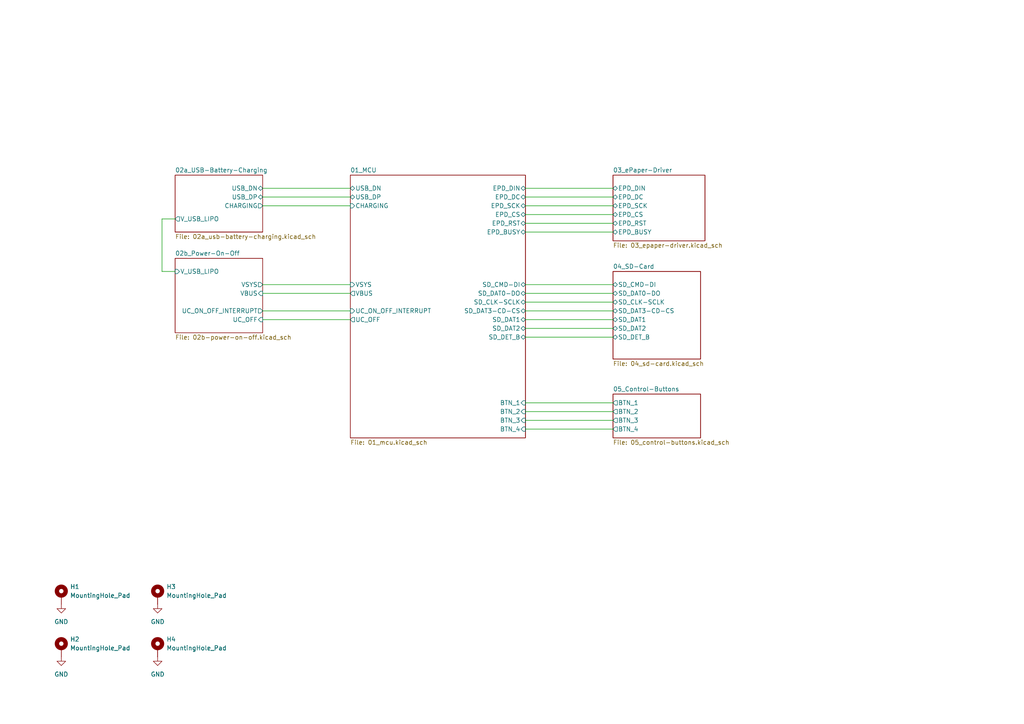
<source format=kicad_sch>
(kicad_sch (version 20250114) (generator "eeschema") (generator_version "9.0")
  (paper "A4")
  (title_block (title "ZEReader-Pico") (date "{kibot_date}") (rev "v2") (company "Anna-Lena Marx") (comment 4 "Git revision: {kibot_git-hash}"))
  (lib_symbols
    (symbol "Mechanical:MountingHole_Pad" (pin_numbers (hide yes)) (pin_names (offset 1.016) (hide yes)) (in_bom no)
      (property "Reference" "H" (at 0 6.35 0))
      (property "Value" "MountingHole_Pad" (at 0 4.445 0))
      (symbol "MountingHole_Pad_0_1"
        (circle (center 0 1.27) (radius 1.27) (stroke (width 1.27)))
      )
      (symbol "MountingHole_Pad_1_1"
        (pin input line (at 0 -2.54 90) (length 2.54) (name "1") (number "1"))
      )
    )
    (symbol "power:GND" (power) (pin_numbers (hide yes)) (pin_names (offset 0) (hide yes))
      (property "Value" "GND" (at 0 -3.81 0))
      (symbol "GND_0_1"
        (polyline (pts (xy 0 0) (xy 0 -1.27) (xy 1.27 -1.27) (xy 0 -2.54) (xy -1.27 -1.27) (xy 0 -1.27)))
      )
      (symbol "GND_1_1"
        (pin power_in line (at 0 0 270) (length 0) (name "~") (number "1"))
      )
    )
  )
  (wire (pts (xy 46.99 78.74) (xy 50.8 78.74)))
  (wire (pts (xy 152.4 64.77) (xy 177.8 64.77)))
  (wire (pts (xy 152.4 54.61) (xy 177.8 54.61)))
  (wire (pts (xy 152.4 119.38) (xy 177.8 119.38)))
  (wire (pts (xy 152.4 92.71) (xy 177.8 92.71)))
  (wire (pts (xy 50.8 63.5) (xy 46.99 63.5)))
  (wire (pts (xy 152.4 62.23) (xy 177.8 62.23)))
  (wire (pts (xy 76.2 57.15) (xy 101.6 57.15)))
  (wire (pts (xy 76.2 92.71) (xy 101.6 92.71)))
  (wire (pts (xy 152.4 90.17) (xy 177.8 90.17)))
  (wire (pts (xy 76.2 59.69) (xy 101.6 59.69)))
  (wire (pts (xy 152.4 85.09) (xy 177.8 85.09)))
  (wire (pts (xy 76.2 82.55) (xy 101.6 82.55)))
  (wire (pts (xy 76.2 54.61) (xy 101.6 54.61)))
  (wire (pts (xy 76.2 90.17) (xy 101.6 90.17)))
  (wire (pts (xy 152.4 97.79) (xy 177.8 97.79)))
  (wire (pts (xy 76.2 85.09) (xy 101.6 85.09)))
  (wire (pts (xy 152.4 116.84) (xy 177.8 116.84)))
  (wire (pts (xy 152.4 124.46) (xy 177.8 124.46)))
  (wire (pts (xy 152.4 121.92) (xy 177.8 121.92)))
  (wire (pts (xy 152.4 82.55) (xy 177.8 82.55)))
  (wire (pts (xy 152.4 57.15) (xy 177.8 57.15)))
  (wire (pts (xy 152.4 59.69) (xy 177.8 59.69)))
  (wire (pts (xy 152.4 67.31) (xy 177.8 67.31)))
  (wire (pts (xy 152.4 87.63) (xy 177.8 87.63)))
  (wire (pts (xy 152.4 95.25) (xy 177.8 95.25)))
  (wire (pts (xy 46.99 63.5) (xy 46.99 78.74)))
  (symbol (lib_id "Mechanical:MountingHole_Pad") (at 45.72 172.72 0) (unit 1) (in_bom no)
    (property "Reference" "H3" (at 48.26 170.1799 0) (effects (justify left)))
    (property "Value" "MountingHole_Pad" (at 48.26 172.7199 0) (effects (justify left)))
    (property "Footprint" "MountingHole:MountingHole_3.2mm_M3_Pad_Via" (effects (hide yes)))
    (property "Description" "Mounting Hole with connection" (effects (hide yes)))
  )
  (symbol (lib_id "power:GND") (at 45.72 190.5 0) (unit 1)
    (property "Reference" "#PWR04" (effects (hide yes)))
    (property "Value" "GND" (at 45.72 195.58 0))
    (property "Description" "Power symbol creates a global label with name \"GND\" , ground" (effects (hide yes)))
  )
  (symbol (lib_id "power:GND") (at 17.78 175.26 0) (unit 1)
    (property "Reference" "#PWR01" (effects (hide yes)))
    (property "Value" "GND" (at 17.78 180.34 0))
    (property "Description" "Power symbol creates a global label with name \"GND\" , ground" (effects (hide yes)))
  )
  (symbol (lib_id "power:GND") (at 45.72 175.26 0) (unit 1)
    (property "Reference" "#PWR03" (effects (hide yes)))
    (property "Value" "GND" (at 45.72 180.34 0))
    (property "Description" "Power symbol creates a global label with name \"GND\" , ground" (effects (hide yes)))
  )
  (symbol (lib_id "Mechanical:MountingHole_Pad") (at 17.78 187.96 0) (unit 1) (in_bom no)
    (property "Reference" "H2" (at 20.32 185.4199 0) (effects (justify left)))
    (property "Value" "MountingHole_Pad" (at 20.32 187.9599 0) (effects (justify left)))
    (property "Footprint" "MountingHole:MountingHole_3.2mm_M3_Pad_Via" (effects (hide yes)))
    (property "Description" "Mounting Hole with connection" (effects (hide yes)))
  )
  (symbol (lib_id "Mechanical:MountingHole_Pad") (at 45.72 187.96 0) (unit 1) (in_bom no)
    (property "Reference" "H4" (at 48.26 185.4199 0) (effects (justify left)))
    (property "Value" "MountingHole_Pad" (at 48.26 187.9599 0) (effects (justify left)))
    (property "Footprint" "MountingHole:MountingHole_3.2mm_M3_Pad_Via" (effects (hide yes)))
    (property "Description" "Mounting Hole with connection" (effects (hide yes)))
  )
  (symbol (lib_id "power:GND") (at 17.78 190.5 0) (unit 1)
    (property "Reference" "#PWR02" (effects (hide yes)))
    (property "Value" "GND" (at 17.78 195.58 0))
    (property "Description" "Power symbol creates a global label with name \"GND\" , ground" (effects (hide yes)))
  )
  (symbol (lib_id "Mechanical:MountingHole_Pad") (at 17.78 172.72 0) (unit 1) (in_bom no)
    (property "Reference" "H1" (at 20.32 170.1799 0) (effects (justify left)))
    (property "Value" "MountingHole_Pad" (at 20.32 172.7199 0) (effects (justify left)))
    (property "Footprint" "MountingHole:MountingHole_3.2mm_M3_Pad_Via" (effects (hide yes)))
    (property "Description" "Mounting Hole with connection" (effects (hide yes)))
  )
  (sheet (at 177.8 114.3) (size 25.4 12.7) (stroke (width 0.1524))
    (property "Sheetname" "05_Control-Buttons" (at 177.8 113.5884 0) (effects (justify left bottom)))
    (property "Sheetfile" "05_control-buttons.kicad_sch" (at 177.8 127.5846 0) (effects (justify left top)))
    (pin "BTN_1" output (at 177.8 116.84 180))
    (pin "BTN_4" output (at 177.8 124.46 180))
    (pin "BTN_2" output (at 177.8 119.38 180))
    (pin "BTN_3" output (at 177.8 121.92 180))
  )
  (sheet (at 177.8 78.74) (size 25.4 25.4) (stroke (width 0.1524))
    (property "Sheetname" "04_SD-Card" (at 177.8 78.0284 0) (effects (justify left bottom)))
    (property "Sheetfile" "04_sd-card.kicad_sch" (at 177.8 104.7246 0) (effects (justify left top)))
    (pin "SD_CLK-SCLK" bidirectional (at 177.8 87.63 180))
    (pin "SD_DAT0-DO" bidirectional (at 177.8 85.09 180))
    (pin "SD_DAT3-CD-CS" bidirectional (at 177.8 90.17 180))
    (pin "SD_DAT1" bidirectional (at 177.8 92.71 180))
    (pin "SD_DAT2" bidirectional (at 177.8 95.25 180))
    (pin "SD_DET_B" bidirectional (at 177.8 97.79 180))
    (pin "SD_CMD-DI" bidirectional (at 177.8 82.55 180))
  )
  (sheet (at 101.6 50.8) (size 50.8 76.2) (stroke (width 0.1524))
    (property "Sheetname" "01_MCU" (at 101.6 50.0884 0) (effects (justify left bottom)))
    (property "Sheetfile" "01_mcu.kicad_sch" (at 101.6 127.5846 0) (effects (justify left top)))
    (pin "BTN_1" input (at 152.4 116.84 0))
    (pin "BTN_2" input (at 152.4 119.38 0))
    (pin "BTN_4" input (at 152.4 124.46 0))
    (pin "BTN_3" input (at 152.4 121.92 0))
    (pin "VSYS" input (at 101.6 82.55 180))
    (pin "VBUS" output (at 101.6 85.09 180))
    (pin "SD_CMD-DI" bidirectional (at 152.4 82.55 0))
    (pin "SD_DAT0-DO" bidirectional (at 152.4 85.09 0))
    (pin "SD_CLK-SCLK" bidirectional (at 152.4 87.63 0))
    (pin "SD_DAT3-CD-CS" bidirectional (at 152.4 90.17 0))
    (pin "EPD_DIN" bidirectional (at 152.4 54.61 0))
    (pin "EPD_DC" bidirectional (at 152.4 57.15 0))
    (pin "EPD_SCK" bidirectional (at 152.4 59.69 0))
    (pin "EPD_CS" bidirectional (at 152.4 62.23 0))
    (pin "EPD_RST" bidirectional (at 152.4 64.77 0))
    (pin "EPD_BUSY" bidirectional (at 152.4 67.31 0))
    (pin "SD_DAT1" bidirectional (at 152.4 92.71 0))
    (pin "SD_DAT2" bidirectional (at 152.4 95.25 0))
    (pin "SD_DET_B" bidirectional (at 152.4 97.79 0))
    (pin "USB_DP" bidirectional (at 101.6 57.15 180))
    (pin "USB_DN" bidirectional (at 101.6 54.61 180))
    (pin "UC_OFF" output (at 101.6 92.71 180))
    (pin "UC_ON_OFF_INTERRUPT" input (at 101.6 90.17 180))
    (pin "CHARGING" input (at 101.6 59.69 180))
  )
  (sheet (at 50.8 50.8) (size 25.4 16.51) (stroke (width 0.1524))
    (property "Sheetname" "02a_USB-Battery-Charging" (at 50.8 50.0884 0) (effects (justify left bottom)))
    (property "Sheetfile" "02a_usb-battery-charging.kicad_sch" (at 50.8 67.8946 0) (effects (justify left top)))
    (pin "USB_DN" bidirectional (at 76.2 54.61 0))
    (pin "USB_DP" bidirectional (at 76.2 57.15 0))
    (pin "V_USB_LIPO" output (at 50.8 63.5 180))
    (pin "CHARGING" output (at 76.2 59.69 0))
  )
  (sheet (at 50.8 74.93) (size 25.4 21.59) (stroke (width 0.1524))
    (property "Sheetname" "02b_Power-On-Off" (at 50.8 74.2184 0) (effects (justify left bottom)))
    (property "Sheetfile" "02b-power-on-off.kicad_sch" (at 50.8 97.1046 0) (effects (justify left top)))
    (pin "VBUS" input (at 76.2 85.09 0))
    (pin "VSYS" output (at 76.2 82.55 0))
    (pin "V_USB_LIPO" input (at 50.8 78.74 180))
    (pin "UC_OFF" input (at 76.2 92.71 0))
    (pin "UC_ON_OFF_INTERRUPT" output (at 76.2 90.17 0))
  )
  (sheet (at 177.8 50.8) (size 26.67 19.05) (stroke (width 0.1524))
    (property "Sheetname" "03_ePaper-Driver" (at 177.8 50.0884 0) (effects (justify left bottom)))
    (property "Sheetfile" "03_epaper-driver.kicad_sch" (at 177.8 70.4346 0) (effects (justify left top)))
    (pin "EPD_DIN" bidirectional (at 177.8 54.61 180))
    (pin "EPD_DC" bidirectional (at 177.8 57.15 180))
    (pin "EPD_SCK" bidirectional (at 177.8 59.69 180))
    (pin "EPD_CS" bidirectional (at 177.8 62.23 180))
    (pin "EPD_RST" bidirectional (at 177.8 64.77 180))
    (pin "EPD_BUSY" bidirectional (at 177.8 67.31 180))
  )
)
</source>
